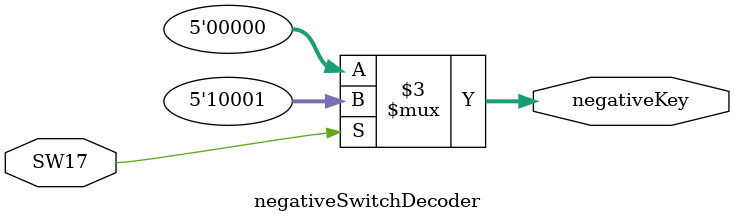
<source format=v>
module negativeSwitchDecoder(SW17, negativeKey);

	input SW17;
	output reg [4:0] negativeKey; // 5 bit output reg
	
	
	always @(SW17) // whenever switch 17 goes high, we output a 5 bit register
	begin
	
		if (SW17)
		begin
			negativeKey <= 5'b10001;
		end
		else
		begin
			negativeKey <= 5'b0; // reset the key such that the user can re-toggle this state
		end
	
	end
	
	
	
endmodule
	
</source>
